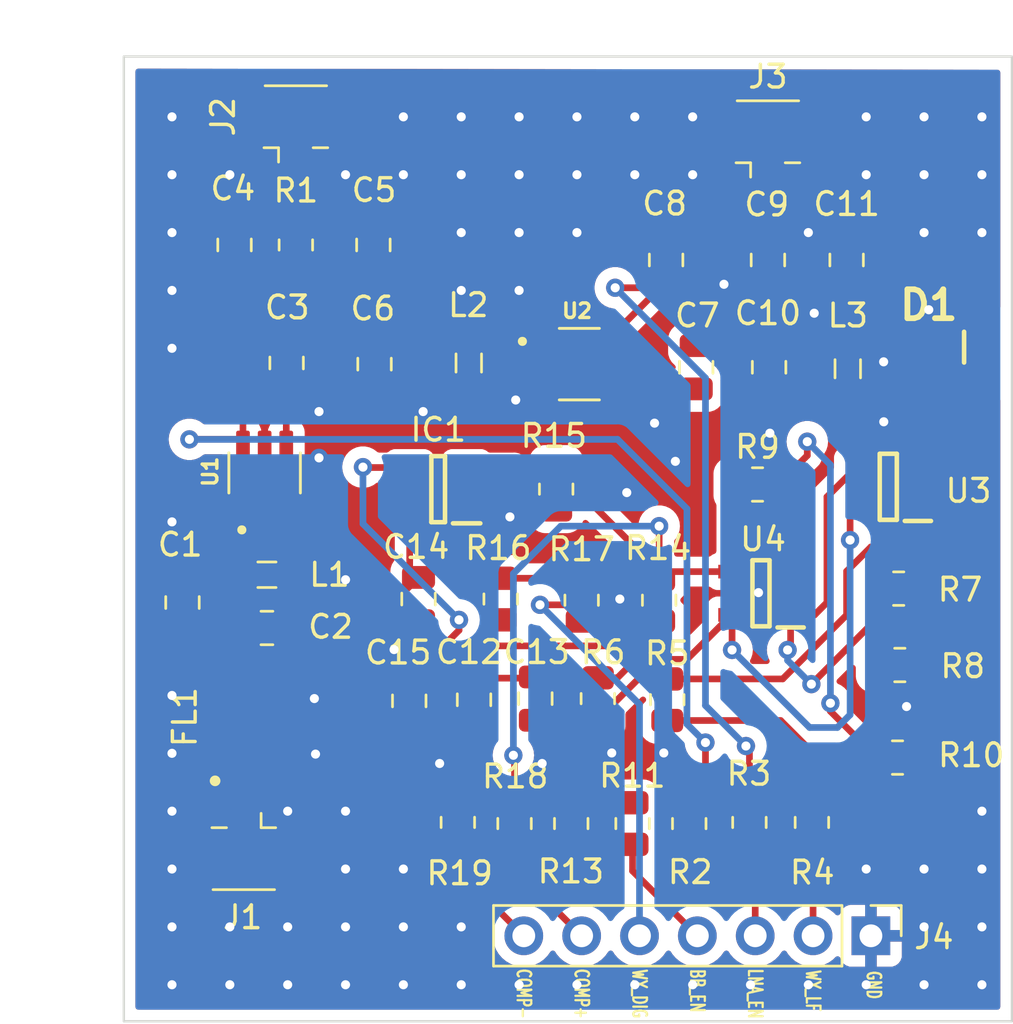
<source format=kicad_pcb>
(kicad_pcb (version 20211014) (generator pcbnew)
  (title_block (comment 4 "AISLER Project ID: MUBMIFYU"))
  (layers (0 "F.Cu" signal "Front") (1 "In1.Cu" signal) (2 "In2.Cu" signal) (31 "B.Cu" signal "Back") (34 "B.Paste" user) (35 "F.Paste" user) (36 "B.SilkS" user "B.Silkscreen") (37 "F.SilkS" user "F.Silkscreen") (38 "B.Mask" user) (39 "F.Mask" user) (44 "Edge.Cuts" user))
  (net 0 "")
  (net 1 "GND")
  (net 2 "Net-(C1-Pad2)")
  (net 3 "Net-(C2-Pad2)")
  (net 4 "Net-(C3-Pad1)")
  (net 5 "Net-(C3-Pad2)")
  (net 6 "Net-(C4-Pad1)")
  (net 7 "Net-(C6-Pad2)")
  (net 8 "Net-(C10-Pad1)")
  (net 9 "Net-(C7-Pad2)")
  (net 10 "Net-(C8-Pad1)")
  (net 11 "Net-(C9-Pad1)")
  (net 12 "WURX_LF")
  (net 13 "Net-(C12-Pad1)")
  (net 14 "Net-(C14-Pad1)")
  (net 15 "Net-(C15-Pad1)")
  (net 16 "Net-(FL1-Pad2)")
  (net 17 "Net-(IC1-Pad1)")
  (net 18 "Net-(IC1-Pad3)")
  (net 19 "Net-(J2-Pad1)")
  (net 20 "Net-(J4-Pad2)")
  (net 21 "WURX_LNA_EN")
  (net 22 "WURX_BB_EN")
  (net 23 "WURX_DIG")
  (net 24 "WURX_COMP+")
  (net 25 "WURX_COMP-")
  (net 26 "Net-(L1-Pad2)")
  (net 27 "Net-(L2-Pad2)")
  (net 28 "Net-(R5-Pad2)")
  (net 29 "Net-(R7-Pad1)")
  (net 30 "Net-(R7-Pad2)")
  (net 31 "Net-(R14-Pad1)")
  (net 32 "Net-(R10-Pad1)")
  (net 33 "Net-(D1-Pad3)")
  (footprint "Connector_PinHeader_2.54mm:PinHeader_1x07_P2.54mm_Vertical" (layer "F.Cu") (at 132.4356 121.5644 -90)
    (fp_text reference "J4")
    (fp_text value "Connector")
  )
  (footprint "Inductor_SMD:L_0805_2012Metric" (layer "F.Cu") (at 131.4196 96.6724 -90)
    (fp_text reference "L3")
    (fp_text value "27n")
  )
  (footprint "Inductor_SMD:L_0805_2012Metric" (layer "F.Cu") (at 114.7795 96.4184 90)
    (fp_text reference "L2")
    (fp_text value "15n")
  )
  (footprint "Capacitor_SMD:C_0805_2012Metric" (layer "F.Cu") (at 112.5728 106.7816 -90)
    (fp_text reference "C14")
    (fp_text value "1n")
  )
  (footprint "Resistor_SMD:R_0805_2012Metric" (layer "F.Cu") (at 116.1796 106.7816 90)
    (fp_text reference "R16")
    (fp_text value "1M")
  )
  (footprint "SMS7630-005LF:SOT95P237X112-3N" (layer "F.Cu") (at 135.0264 96.7232 -90)
    (fp_text reference "D1")
    (fp_text value "SMS7630-005LF" hide)
  )
  (footprint "Connector_Coaxial:U.FL_Hirose_U.FL-R-SMT-1_Vertical" (layer "F.Cu") (at 104.902 117.7036 -90)
    (fp_text reference "J1")
    (fp_text value "Conn_Coaxial")
  )
  (footprint "Resistor_SMD:R_0805_2012Metric" (layer "F.Cu") (at 133.7056 109.6772 180)
    (fp_text reference "R8")
    (fp_text value "7.5k")
  )
  (footprint "Resistor_SMD:R_0805_2012Metric" (layer "F.Cu") (at 127.4572 101.7524)
    (fp_text reference "R9")
    (fp_text value "100k")
  )
  (footprint "MAX2640AUT_:SOT95P280X145-6N" (layer "F.Cu") (at 119.634 96.4692)
    (fp_text reference "U2")
    (fp_text value "MAX2640AUT+")
  )
  (footprint "Resistor_SMD:R_0805_2012Metric" (layer "F.Cu") (at 133.604 113.7412)
    (fp_text reference "R10")
    (fp_text value "7.5k")
  )
  (footprint "Capacitor_SMD:C_0805_2012Metric" (layer "F.Cu") (at 117.7036 111.1523 90)
    (fp_text reference "C13")
    (fp_text value "1n")
  )
  (footprint "Connector_Coaxial:U.FL_Hirose_U.FL-R-SMT-1_Vertical" (layer "F.Cu") (at 107.188 86.0836 90)
    (fp_text reference "J2")
    (fp_text value "Conn_Coaxial")
  )
  (footprint "Resistor_SMD:R_0805_2012Metric" (layer "F.Cu") (at 129.8448 116.5879 90)
    (fp_text reference "R4")
    (fp_text value "0")
  )
  (footprint "Capacitor_SMD:C_0805_2012Metric" (layer "F.Cu") (at 105.918 108.0516)
    (fp_text reference "C2")
    (fp_text value "10p")
  )
  (footprint "Resistor_SMD:R_0805_2012Metric" (layer "F.Cu") (at 127.1016 116.5879 90)
    (fp_text reference "R3")
    (fp_text value "0")
  )
  (footprint "Resistor_SMD:R_0805_2012Metric" (layer "F.Cu") (at 119.2784 116.6368 -90)
    (fp_text reference "R13")
    (fp_text value "0")
  )
  (footprint "Capacitor_SMD:C_0805_2012Metric" (layer "F.Cu") (at 127.9652 96.6064 -90)
    (fp_text reference "C10")
    (fp_text value "5.6p")
  )
  (footprint "Resistor_SMD:R_0805_2012Metric" (layer "F.Cu") (at 133.6548 106.3244)
    (fp_text reference "R7")
    (fp_text value "100k")
  )
  (footprint "Resistor_SMD:R_0805_2012Metric" (layer "F.Cu") (at 123.4948 111.2012 90)
    (fp_text reference "R5")
    (fp_text value "0")
  )
  (footprint "Resistor_SMD:R_0805_2012Metric" (layer "F.Cu") (at 114.3 116.586 90)
    (fp_text reference "R19")
    (fp_text value "0")
  )
  (footprint "TLV3201AIDBVR:SOT95P280X145-5N" (layer "F.Cu") (at 113.4364 101.9575 180)
    (fp_text reference "IC1")
    (fp_text value "TLV3201AIDBVR" hide)
  )
  (footprint "Resistor_SMD:R_0805_2012Metric" (layer "F.Cu") (at 107.188 91.2368 -90)
    (fp_text reference "R1")
    (fp_text value "DNP")
  )
  (footprint "Inductor_SMD:L_0805_2012Metric" (layer "F.Cu") (at 105.918 105.7148 180)
    (fp_text reference "L1")
    (fp_text value "15n")
  )
  (footprint "Resistor_SMD:R_0805_2012Metric" (layer "F.Cu") (at 119.7356 106.8324 -90)
    (fp_text reference "R17")
    (fp_text value "0")
  )
  (footprint "Capacitor_SMD:C_0805_2012Metric" (layer "F.Cu") (at 102.2096 106.934 -90)
    (fp_text reference "C1")
    (fp_text value "2.7p")
  )
  (footprint "Resistor_SMD:R_0805_2012Metric" (layer "F.Cu") (at 118.618 101.9556 -90)
    (fp_text reference "R15")
    (fp_text value "6.8k")
  )
  (footprint "Capacitor_SMD:C_0805_2012Metric" (layer "F.Cu") (at 110.5916 91.2368 90)
    (fp_text reference "C5")
    (fp_text value "2.7p")
  )
  (footprint "Resistor_SMD:R_0805_2012Metric" (layer "F.Cu") (at 120.4468 111.1523 -90)
    (fp_text reference "R6")
    (fp_text value "10M")
  )
  (footprint "Connector_Coaxial:U.FL_Hirose_U.FL-R-SMT-1_Vertical" (layer "F.Cu") (at 127.9144 86.744 90)
    (fp_text reference "J3")
    (fp_text value "Conn_Coaxial")
  )
  (footprint "Capacitor_SMD:C_0805_2012Metric" (layer "F.Cu") (at 123.444 91.8972 90)
    (fp_text reference "C8")
    (fp_text value "470p")
  )
  (footprint "TSV6391AILT:SOT95P280X145-5N" (layer "F.Cu") (at 133.1976 101.854 180)
    (fp_text reference "U3")
    (fp_text value "TSV6391AILT" hide)
  )
  (footprint "Capacitor_SMD:C_0805_2012Metric" (layer "F.Cu") (at 110.6424 96.4692 -90)
    (fp_text reference "C6")
    (fp_text value "10p")
  )
  (footprint "MAX2640AUT_:SOT95P280X145-6N" (layer "F.Cu") (at 105.8164 101.2444 90)
    (fp_text reference "U1")
    (fp_text value "MAX2640AUT+")
  )
  (footprint "Capacitor_SMD:C_0805_2012Metric" (layer "F.Cu") (at 112.1664 111.252 -90)
    (fp_text reference "C15")
    (fp_text value "47p")
  )
  (footprint "TSV6391AILT:SOT95P280X145-5N" (layer "F.Cu") (at 127.6096 106.5276 180)
    (fp_text reference "U4")
    (fp_text value "TSV6391AILT" hide)
  )
  (footprint "Capacitor_SMD:C_0805_2012Metric" (layer "F.Cu") (at 124.7648 96.6064 -90)
    (fp_text reference "C7")
    (fp_text value "2.7p")
  )
  (footprint "Capacitor_SMD:C_0805_2012Metric" (layer "F.Cu") (at 104.4956 91.2368 90)
    (fp_text reference "C4")
    (fp_text value "470p")
  )
  (footprint "Capacitor_SMD:C_0805_2012Metric" (layer "F.Cu") (at 115.0112 111.2031 -90)
    (fp_text reference "C12")
    (fp_text value "1n")
  )
  (footprint "B39871B3725U410:SON120P300X300X110-6N" (layer "F.Cu") (at 104.902 112.222347 90)
    (fp_text reference "FL1")
    (fp_text value "B39871B3725U410")
  )
  (footprint "Capacitor_SMD:C_0805_2012Metric" (layer "F.Cu") (at 131.3688 91.8972 -90)
    (fp_text reference "C11")
    (fp_text value "10p")
  )
  (footprint "Resistor_SMD:R_0805_2012Metric" (layer "F.Cu") (at 116.7892 116.6368 -90)
    (fp_text reference "R18")
    (fp_text value "0")
  )
  (footprint "Resistor_SMD:R_0805_2012Metric" (layer "F.Cu") (at 121.9708 116.6368 90)
    (fp_text reference "R11")
    (fp_text value "0")
  )
  (footprint "Capacitor_SMD:C_0805_2012Metric" (layer "F.Cu") (at 127.9144 91.8972 -90)
    (fp_text reference "C9")
    (fp_text value "DNP")
  )
  (footprint "Resistor_SMD:R_0805_2012Metric" (layer "F.Cu") (at 123.1392 106.8324 -90)
    (fp_text reference "R14")
    (fp_text value "200k")
  )
  (footprint "Capacitor_SMD:C_0805_2012Metric" (layer "F.Cu") (at 106.7816 96.4184 90)
    (fp_text reference "C3")
    (fp_text value "2.7p")
  )
  (footprint "Resistor_SMD:R_0805_2012Metric" (layer "F.Cu") (at 124.46 116.6387 90)
    (fp_text reference "R2")
    (fp_text value "0")
  )
  (gr_rect (start 138.6252 125.318) (end 99.6348 82.9644) (layer "Edge.Cuts") (width 0.1) (fill none))
  (via (at 122.936 99.06) (size 0.8) (drill 0.4) (layers "F.Cu" "B.Cu") (net 1))
  (via (at 129.9464 94.234) (size 0.8) (drill 0.4) (layers "F.Cu" "B.Cu") (net 1))
  (via (at 108.204 98.552) (size 0.8) (drill 0.4) (layers "F.Cu" "B.Cu") (net 1))
  (via (at 137.309084 116.0936) (size 0.8) (drill 0.4) (layers "F.Cu" "B.Cu") (net 1))
  (via (at 137.309084 90.6936) (size 0.8) (drill 0.4) (layers "F.Cu" "B.Cu") (net 1))
  (via (at 101.749084 123.7136) (size 0.8) (drill 0.4) (layers "F.Cu" "B.Cu") (net 1))
  (via (at 116.989084 123.7136) (size 0.8) (drill 0.4) (layers "F.Cu" "B.Cu") (net 1))
  (via (at 122.069084 85.6136) (size 0.8) (drill 0.4) (layers "F.Cu" "B.Cu") (net 1))
  (via (at 137.309084 121.1736) (size 0.8) (drill 0.4) (layers "F.Cu" "B.Cu") (net 1))
  (via (at 129.689084 90.6936) (size 0.8) (drill 0.4) (layers "F.Cu" "B.Cu") (net 1))
  (via (at 106.829084 121.1736) (size 0.8) (drill 0.4) (layers "F.Cu" "B.Cu") (net 1))
  (via (at 114.449084 121.1736) (size 0.8) (drill 0.4) (layers "F.Cu" "B.Cu") (net 1))
  (via (at 124.609084 123.7136) (size 0.8) (drill 0.4) (layers "F.Cu" "B.Cu") (net 1))
  (via (at 124.609084 88.1536) (size 0.8) (drill 0.4) (layers "F.Cu" "B.Cu") (net 1))
  (via (at 121.0564 113.538) (size 0.8) (drill 0.4) (layers "F.Cu" "B.Cu") (net 1))
  (via (at 101.749084 93.2336) (size 0.8) (drill 0.4) (layers "F.Cu" "B.Cu") (net 1))
  (via (at 113.5 114) (size 0.8) (drill 0.4) (layers "F.Cu" "B.Cu") (net 1))
  (via (at 114.449084 85.6136) (size 0.8) (drill 0.4) (layers "F.Cu" "B.Cu") (net 1))
  (via (at 122.069084 88.1536) (size 0.8) (drill 0.4) (layers "F.Cu" "B.Cu") (net 1))
  (via (at 119.529084 88.1536) (size 0.8) (drill 0.4) (layers "F.Cu" "B.Cu") (net 1))
  (via (at 132.229084 88.1536) (size 0.8) (drill 0.4) (layers "F.Cu" "B.Cu") (net 1))
  (via (at 108.204 100.584) (size 0.8) (drill 0.4) (layers "F.Cu" "B.Cu") (net 1))
  (via (at 101.749084 95.7736) (size 0.8) (drill 0.4) (layers "F.Cu" "B.Cu") (net 1))
  (via (at 109.369084 118.6336) (size 0.8) (drill 0.4) (layers "F.Cu" "B.Cu") (net 1))
  (via (at 112.776 98.552) (size 0.8) (drill 0.4) (layers "F.Cu" "B.Cu") (net 1))
  (via (at 121.412 106.7816) (size 0.8) (drill 0.4) (layers "F.Cu" "B.Cu") (net 1))
  (via (at 104.289084 121.1736) (size 0.8) (drill 0.4) (layers "F.Cu" "B.Cu") (net 1))
  (via (at 109.369084 123.7136) (size 0.8) (drill 0.4) (layers "F.Cu" "B.Cu") (net 1))
  (via (at 101.749084 85.6136) (size 0.8) (drill 0.4) (layers "F.Cu" "B.Cu") (net 1))
  (via (at 109.369084 105.9336) (size 0.8) (drill 0.4) (layers "F.Cu" "B.Cu") (net 1))
  (via (at 134.769084 88.1536) (size 0.8) (drill 0.4) (layers "F.Cu" "B.Cu") (net 1))
  (via (at 134.769084 118.6336) (size 0.8) (drill 0.4) (layers "F.Cu" "B.Cu") (net 1))
  (via (at 101.749084 88.1536) (size 0.8) (drill 0.4) (layers "F.Cu" "B.Cu") (net 1))
  (via (at 119.529084 90.6936) (size 0.8) (drill 0.4) (layers "F.Cu" "B.Cu") (net 1))
  (via (at 122.069084 123.7136) (size 0.8) (drill 0.4) (layers "F.Cu" "B.Cu") (net 1))
  (via (at 137.309084 88.1536) (size 0.8) (drill 0.4) (layers "F.Cu" "B.Cu") (net 1))
  (via (at 101.749084 118.6336) (size 0.8) (drill 0.4) (layers "F.Cu" "B.Cu") (net 1))
  (via (at 114.449084 90.6936) (size 0.8) (drill 0.4) (layers "F.Cu" "B.Cu") (net 1))
  (via (at 119.529084 123.7136) (size 0.8) (drill 0.4) (layers "F.Cu" "B.Cu") (net 1))
  (via (at 137.309084 118.6336) (size 0.8) (drill 0.4) (layers "F.Cu" "B.Cu") (net 1))
  (via (at 101.749084 90.6936) (size 0.8) (drill 0.4) (layers "F.Cu" "B.Cu") (net 1))
  (via (at 101.749084 111.0136) (size 0.8) (drill 0.4) (layers "F.Cu" "B.Cu") (net 1))
  (via (at 116.84 98.044) (size 0.8) (drill 0.4) (layers "F.Cu" "B.Cu") (net 1))
  (via (at 104.289084 88.1536) (size 0.8) (drill 0.4) (layers "F.Cu" "B.Cu") (net 1))
  (via (at 116.989084 88.1536) (size 0.8) (drill 0.4) (layers "F.Cu" "B.Cu") (net 1))
  (via (at 111.909084 88.1536) (size 0.8) (drill 0.4) (layers "F.Cu" "B.Cu") (net 1))
  (via (at 114.449084 88.1536) (size 0.8) (drill 0.4) (layers "F.Cu" "B.Cu") (net 1))
  (via (at 106.829084 123.7136) (size 0.8) (drill 0.4) (layers "F.Cu" "B.Cu") (net 1))
  (via (at 116.989084 85.6136) (size 0.8) (drill 0.4) (layers "F.Cu" "B.Cu") (net 1))
  (via (at 134.9756 94.0816) (size 0.8) (drill 0.4) (layers "F.Cu" "B.Cu") (net 1))
  (via (at 132.9944 96.3676) (size 0.8) (drill 0.4) (layers "F.Cu" "B.Cu") (net 1))
  (via (at 129.689084 123.7136) (size 0.8) (drill 0.4) (layers "F.Cu" "B.Cu") (net 1))
  (via (at 116.586 103.1748) (size 0.8) (drill 0.4) (layers "F.Cu" "B.Cu") (net 1))
  (via (at 104.289084 123.7136) (size 0.8) (drill 0.4) (layers "F.Cu" "B.Cu") (net 1))
  (via (at 108.0008 111.1504) (size 0.8) (drill 0.4) (layers "F.Cu" "B.Cu") (net 1))
  (via (at 134.769084 123.7136) (size 0.8) (drill 0.4) (layers "F.Cu" "B.Cu") (net 1))
  (via (at 123.3424 113.538) (size 0.8) (drill 0.4) (layers "F.Cu" "B.Cu") (net 1))
  (via (at 101.749084 121.1736) (size 0.8) (drill 0.4) (layers "F.Cu" "B.Cu") (net 1))
  (via (at 132.229084 85.6136) (size 0.8) (drill 0.4) (layers "F.Cu" "B.Cu") (net 1))
  (via (at 134 111.5) (size 0.8) (drill 0.4) (layers "F.Cu" "B.Cu") (net 1))
  (via (at 124.609084 85.6136) (size 0.8) (drill 0.4) (layers "F.Cu" "B.Cu") (net 1))
  (via (at 118 114) (size 0.8) (drill 0.4) (layers "F.Cu" "B.Cu") (net 1))
  (via (at 109.369084 116.0936) (size 0.8) (drill 0.4) (layers "F.Cu" "B.Cu") (net 1))
  (via (at 109.369084 88.1536) (size 0.8) (drill 0.4) (layers "F.Cu" "B.Cu") (net 1))
  (via (at 111.909084 123.7136) (size 0.8) (drill 0.4) (layers "F.Cu" "B.Cu") (net 1))
  (via (at 132.229084 118.6336) (size 0.8) (drill 0.4) (layers "F.Cu" "B.Cu") (net 1))
  (via (at 134.769084 121.1736) (size 0.8) (drill 0.4) (layers "F.Cu" "B.Cu") (net 1))
  (via (at 109.369084 121.1736) (size 0.8) (drill 0.4) (layers "F.Cu" "B.Cu") (net 1))
  (via (at 101.749084 116.0936) (size 0.8) (drill 0.4) (layers "F.Cu" "B.Cu") (net 1))
  (via (at 119.529084 85.6136) (size 0.8) (drill 0.4) (layers "F.Cu" "B.Cu") (net 1))
  (via (at 134.769084 90.6936) (size 0.8) (drill 0.4) (layers "F.Cu" "B.Cu") (net 1))
  (via (at 132.229084 123.7136) (size 0.8) (drill 0.4) (layers "F.Cu" "B.Cu") (net 1))
  (via (at 125.984 92.964) (size 0.8) (drill 0.4) (layers "F.Cu" "B.Cu") (net 1))
  (via (at 114.449084 93.2336) (size 0.8) (drill 0.4) (layers "F.Cu" "B.Cu") (net 1))
  (via (at 123.8504 100.7364) (size 0.8) (drill 0.4) (layers "F.Cu" "B.Cu") (net 1))
  (via (at 137.309084 123.7136) (size 0.8) (drill 0.4) (layers "F.Cu" "B.Cu") (net 1))
  (via (at 111.909084 85.6136) (size 0.8) (drill 0.4) (layers "F.Cu" "B.Cu") (net 1))
  (via (at 134.769084 85.6136) (size 0.8) (drill 0.4) (layers "F.Cu" "B.Cu") (net 1))
  (via (at 101.749084 113.5536) (size 0.8) (drill 0.4) (layers "F.Cu" "B.Cu") (net 1))
  (via (at 116.989084 90.6936) (size 0.8) (drill 0.4) (layers "F.Cu" "B.Cu") (net 1))
  (via (at 128 99.5) (size 0.8) (drill 0.4) (layers "F.Cu" "B.Cu") (net 1))
  (via (at 114.449084 123.7136) (size 0.8) (drill 0.4) (layers "F.Cu" "B.Cu") (net 1))
  (via (at 137.309084 85.6136) (size 0.8) (drill 0.4) (layers "F.Cu" "B.Cu") (net 1))
  (via (at 101.749084 103.3936) (size 0.8) (drill 0.4) (layers "F.Cu" "B.Cu") (net 1))
  (via (at 116.989084 93.2336) (size 0.8) (drill 0.4) (layers "F.Cu" "B.Cu") (net 1))
  (via (at 121.7168 102.108) (size 0.8) (drill 0.4) (layers "F.Cu" "B.Cu") (net 1))
  (via (at 111.909084 121.1736) (size 0.8) (drill 0.4) (layers "F.Cu" "B.Cu") (net 1))
  (via (at 133 99) (size 0.8) (drill 0.4) (layers "F.Cu" "B.Cu") (net 1))
  (via (at 111.5 109) (size 0.8) (drill 0.4) (layers "F.Cu" "B.Cu") (net 1))
  (via (at 111.909084 118.6336) (size 0.8) (drill 0.4) (layers "F.Cu" "B.Cu") (net 1))
  (via (at 127.5 106.5) (size 0.8) (drill 0.4) (layers "F.Cu" "B.Cu") (net 1))
  (via (at 106.829084 116.0936) (size 0.8) (drill 0.4) (layers "F.Cu" "B.Cu") (net 1))
  (via (at 108.0516 113.5888) (size 0.8) (drill 0.4) (layers "F.Cu" "B.Cu") (net 1))
  (via (at 127.149084 123.7136) (size 0.8) (drill 0.4) (layers "F.Cu" "B.Cu") (net 1))
  (segment (start 104.902 108.1176) (end 104.968 108.0516) (width 0.25) (layer "F.Cu") (net 2))
  (segment (start 104.968 108.0516) (end 102.3772 108.0516) (width 0.25) (layer "F.Cu") (net 2))
  (segment (start 102.3772 108.0516) (end 102.2096 107.884) (width 0.25) (layer "F.Cu") (net 2))
  (segment (start 104.902 110.922347) (end 104.902 108.1176) (width 0.25) (layer "F.Cu") (net 2))
  (segment (start 106.9805 107.9391) (end 106.868 108.0516) (width 0.25) (layer "F.Cu") (net 3))
  (segment (start 106.9805 105.7148) (end 106.9805 107.9391) (width 0.25) (layer "F.Cu") (net 3))
  (segment (start 106.7664 99.9994) (end 106.7664 97.3836) (width 0.29337) (layer "F.Cu") (net 4))
  (segment (start 106.7664 97.3836) (end 106.7816 97.3684) (width 0.29337) (layer "F.Cu") (net 4))
  (segment (start 106.7816 95.4684) (end 106.7816 92.3017) (width 0.29337) (layer "F.Cu") (net 5))
  (segment (start 106.934 92.1493) (end 110.5541 92.1493) (width 0.29337) (layer "F.Cu") (net 5))
  (segment (start 106.7816 92.3017) (end 106.934 92.1493) (width 0.29337) (layer "F.Cu") (net 5))
  (segment (start 110.5541 92.1493) (end 110.5916 92.1868) (width 0.29337) (layer "F.Cu") (net 5))
  (segment (start 106.7816 95.4684) (end 110.5916 95.4684) (width 0.29337) (layer "F.Cu") (net 5))
  (segment (start 110.5916 95.4684) (end 110.6424 95.5192) (width 0.29337) (layer "F.Cu") (net 5))
  (segment (start 125.1712 113.0808) (end 125.1712 115.015) (width 0.29337) (layer "F.Cu") (net 6))
  (segment (start 102.5144 99.7712) (end 104.6382 99.7712) (width 0.29337) (layer "F.Cu") (net 6))
  (segment (start 104.8664 92.5576) (end 104.4956 92.1868) (width 0.29337) (layer "F.Cu") (net 6))
  (segment (start 125.1712 115.015) (end 124.46 115.7262) (width 0.29337) (layer "F.Cu") (net 6))
  (segment (start 104.8664 99.9994) (end 104.8664 92.5576) (width 0.29337) (layer "F.Cu") (net 6))
  (segment (start 104.6382 99.7712) (end 104.8664 99.9994) (width 0.29337) (layer "F.Cu") (net 6))
  (via (at 125.1712 113.0808) (size 0.8) (drill 0.4) (layers "F.Cu" "B.Cu") (net 6))
  (via (at 102.5144 99.7712) (size 0.8) (drill 0.4) (layers "F.Cu" "B.Cu") (net 6))
  (segment (start 124.3584 112.268) (end 124.3584 102.8192) (width 0.29337) (layer "B.Cu") (net 6))
  (segment (start 125.1712 113.0808) (end 124.3584 112.268) (width 0.29337) (layer "B.Cu") (net 6))
  (segment (start 121.3104 99.7712) (end 102.5144 99.7712) (width 0.29337) (layer "B.Cu") (net 6))
  (segment (start 124.3584 102.8192) (end 121.3104 99.7712) (width 0.29337) (layer "B.Cu") (net 6))
  (segment (start 110.6424 97.4192) (end 114.7178 97.4192) (width 0.29337) (layer "F.Cu") (net 7))
  (segment (start 114.7178 97.4192) (end 114.7795 97.4809) (width 0.29337) (layer "F.Cu") (net 7))
  (segment (start 127.9652 95.6564) (end 127.9652 92.898) (width 0.29337) (layer "F.Cu") (net 8))
  (segment (start 124.7648 95.6564) (end 127.9652 95.6564) (width 0.29337) (layer "F.Cu") (net 8))
  (segment (start 127.9652 95.6564) (end 131.3731 95.6564) (width 0.29337) (layer "F.Cu") (net 8))
  (segment (start 131.3731 95.6564) (end 131.4196 95.6099) (width 0.29337) (layer "F.Cu") (net 8))
  (segment (start 127.9652 92.898) (end 127.9144 92.8472) (width 0.29337) (layer "F.Cu") (net 8))
  (segment (start 120.879 97.4192) (end 124.6276 97.4192) (width 0.29337) (layer "F.Cu") (net 9))
  (segment (start 124.6276 97.4192) (end 124.7648 97.5564) (width 0.29337) (layer "F.Cu") (net 9))
  (segment (start 121.2088 93.1164) (end 123.1748 93.1164) (width 0.29337) (layer "F.Cu") (net 10))
  (segment (start 120.879 95.5192) (end 120.879 95.4122) (width 0.29337) (layer "F.Cu") (net 10))
  (segment (start 127.1016 115.6754) (end 127.1016 113.3856) (width 0.29337) (layer "F.Cu") (net 10))
  (segment (start 123.1748 93.1164) (end 123.444 92.8472) (width 0.29337) (layer "F.Cu") (net 10))
  (segment (start 120.879 95.4122) (end 123.444 92.8472) (width 0.29337) (layer "F.Cu") (net 10))
  (segment (start 127.1016 113.3856) (end 126.9492 113.2332) (width 0.29337) (layer "F.Cu") (net 10))
  (via (at 121.2088 93.1164) (size 0.8) (drill 0.4) (layers "F.Cu" "B.Cu") (net 10))
  (via (at 126.9492 113.2332) (size 0.8) (drill 0.4) (layers "F.Cu" "B.Cu") (net 10))
  (segment (start 125.1712 97.0788) (end 121.2088 93.1164) (width 0.29337) (layer "B.Cu") (net 10))
  (segment (start 126.9492 113.2332) (end 125.1712 111.4552) (width 0.29337) (layer "B.Cu") (net 10))
  (segment (start 125.1712 111.4552) (end 125.1712 97.0788) (width 0.29337) (layer "B.Cu") (net 10))
  (segment (start 127.9144 87.794) (end 127.9144 90.9472) (width 0.25) (layer "F.Cu") (net 11))
  (segment (start 129.8448 115.6754) (end 129.8448 113.4872) (width 0.29337) (layer "F.Cu") (net 12))
  (segment (start 136.652 113.792) (end 136.652 98.298) (width 0.29337) (layer "F.Cu") (net 12))
  (segment (start 128.4713 112.1137) (end 123.4948 112.1137) (width 0.29337) (layer "F.Cu") (net 12))
  (segment (start 135.7732 92.8472) (end 131.3688 92.8472) (width 0.29337) (layer "F.Cu") (net 12))
  (segment (start 129.8448 113.4872) (end 128.4713 112.1137) (width 0.29337) (layer "F.Cu") (net 12))
  (segment (start 134.0764 95.7232) (end 134.0764 95.5548) (width 0.25) (layer "F.Cu") (net 12))
  (segment (start 136.652 98.298) (end 137.414 97.536) (width 0.29337) (layer "F.Cu") (net 12))
  (segment (start 137.414 94.488) (end 135.7732 92.8472) (width 0.29337) (layer "F.Cu") (net 12))
  (segment (start 137.414 97.536) (end 137.414 94.488) (width 0.29337) (layer "F.Cu") (net 12))
  (segment (start 134.0764 95.5548) (end 131.3688 92.8472) (width 0.25) (layer "F.Cu") (net 12))
  (segment (start 134.7686 115.6754) (end 136.652 113.792) (width 0.29337) (layer "F.Cu") (net 12))
  (segment (start 129.8448 115.6754) (end 134.7686 115.6754) (width 0.29337) (layer "F.Cu") (net 12))
  (segment (start 126.3396 109.0168) (end 126.3396 107.5076) (width 0.29337) (layer "F.Cu") (net 13))
  (segment (start 118.2795 110.2023) (end 117.7036 110.2023) (width 0.29337) (layer "F.Cu") (net 13))
  (segment (start 119.0752 110.998) (end 118.2795 110.2023) (width 0.29337) (layer "F.Cu") (net 13))
  (segment (start 115.0112 110.2531) (end 117.6528 110.2531) (width 0.29337) (layer "F.Cu") (net 13))
  (segment (start 121.5155 115.7243) (end 119.0752 113.284) (width 0.29337) (layer "F.Cu") (net 13))
  (segment (start 121.9708 115.7243) (end 121.5155 115.7243) (width 0.29337) (layer "F.Cu") (net 13))
  (segment (start 122.116885 109.429515) (end 124.357685 109.429515) (width 0.29337) (layer "F.Cu") (net 13))
  (segment (start 121.3066 110.2398) (end 122.116885 109.429515) (width 0.29337) (layer "F.Cu") (net 13))
  (segment (start 119.0752 113.284) (end 119.0752 110.998) (width 0.29337) (layer "F.Cu") (net 13))
  (segment (start 118.3811 110.2023) (end 117.7036 110.2023) (width 0.29337) (layer "F.Cu") (net 13))
  (segment (start 120.4468 110.2398) (end 121.3066 110.2398) (width 0.29337) (layer "F.Cu") (net 13))
  (segment (start 124.357685 109.429515) (end 126.3096 107.4776) (width 0.29337) (layer "F.Cu") (net 13))
  (segment (start 131.5212 103.1804) (end 131.8976 102.804) (width 0.29337) (layer "F.Cu") (net 13))
  (segment (start 117.7036 110.2023) (end 117.7411 110.2398) (width 0.29337) (layer "F.Cu") (net 13))
  (segment (start 117.6528 110.2531) (end 117.7036 110.2023) (width 0.29337) (layer "F.Cu") (net 13))
  (segment (start 131.5212 104.1908) (end 131.5212 103.1804) (width 0.29337) (layer "F.Cu") (net 13))
  (segment (start 117.7411 110.2398) (end 120.4468 110.2398) (width 0.29337) (layer "F.Cu") (net 13))
  (segment (start 126.3396 107.5076) (end 126.3096 107.4776) (width 0.29337) (layer "F.Cu") (net 13))
  (via (at 131.5212 104.1908) (size 0.8) (drill 0.4) (layers "F.Cu" "B.Cu") (net 13))
  (via (at 126.3396 109.0168) (size 0.8) (drill 0.4) (layers "F.Cu" "B.Cu") (net 13))
  (segment (start 130.9624 112.4204) (end 129.7432 112.4204) (width 0.29337) (layer "B.Cu") (net 13))
  (segment (start 131.5212 104.1908) (end 131.5212 111.8616) (width 0.29337) (layer "B.Cu") (net 13))
  (segment (start 129.7432 112.4204) (end 126.3396 109.0168) (width 0.29337) (layer "B.Cu") (net 13))
  (segment (start 131.5212 111.8616) (end 130.9624 112.4204) (width 0.29337) (layer "B.Cu") (net 13))
  (segment (start 119.2784 115.7243) (end 118.3659 116.6368) (width 0.29337) (layer "F.Cu") (net 14))
  (segment (start 112.1864 105.4452) (end 112.1864 102.9075) (width 0.29337) (layer "F.Cu") (net 14))
  (segment (start 112.268 116.6368) (end 109.982 114.3508) (width 0.29337) (layer "F.Cu") (net 14))
  (segment (start 109.982 114.3508) (end 109.982 108.4224) (width 0.29337) (layer "F.Cu") (net 14))
  (segment (start 109.982 108.4224) (end 112.5728 105.8316) (width 0.29337) (layer "F.Cu") (net 14))
  (segment (start 112.5728 105.8316) (end 112.1864 105.4452) (width 0.29337) (layer "F.Cu") (net 14))
  (segment (start 118.3659 116.6368) (end 112.268 116.6368) (width 0.29337) (layer "F.Cu") (net 14))
  (segment (start 122.04605 108.83805) (end 113.63035 108.83805) (width 0.29337) (layer "F.Cu") (net 15))
  (segment (start 112.7779 115.6735) (end 110.6932 113.5888) (width 0.29337) (layer "F.Cu") (net 15))
  (segment (start 113.63035 108.83805) (end 112.1664 110.302) (width 0.29337) (layer "F.Cu") (net 15))
  (segment (start 114.3508 108.1532) (end 114.3508 107.696) (width 0.29337) (layer "F.Cu") (net 15))
  (segment (start 110.236 100.9904) (end 110.2868 101.0412) (width 0.29337) (layer "F.Cu") (net 15))
  (segment (start 123.1392 107.7449) (end 122.04605 108.83805) (width 0.29337) (layer "F.Cu") (net 15))
  (segment (start 110.3205 101.0075) (end 112.1864 101.0075) (width 0.29337) (layer "F.Cu") (net 15))
  (segment (start 110.6932 111.7752) (end 112.1664 110.302) (width 0.29337) (layer "F.Cu") (net 15))
  (segment (start 110.6932 113.5888) (end 110.6932 111.7752) (width 0.29337) (layer "F.Cu") (net 15))
  (segment (start 110.2868 101.0412) (end 110.3205 101.0075) (width 0.29337) (layer "F.Cu") (net 15))
  (segment (start 110.1344 100.9904) (end 110.236 100.9904) (width 0.29337) (layer "F.Cu") (net 15))
  (segment (start 113.66595 108.83805) (end 114.3508 108.1532) (width 0.29337) (layer "F.Cu") (net 15))
  (segment (start 114.3 115.6735) (end 112.7779 115.6735) (width 0.29337) (layer "F.Cu") (net 15))
  (segment (start 113.63035 108.83805) (end 113.66595 108.83805) (width 0.29337) (layer "F.Cu") (net 15))
  (via (at 110.1344 100.9904) (size 0.8) (drill 0.4) (layers "F.Cu" "B.Cu") (net 15))
  (via (at 114.3508 107.696) (size 0.8) (drill 0.4) (layers "F.Cu" "B.Cu") (net 15))
  (segment (start 114.3508 107.696) (end 110.1344 103.4796) (width 0.29337) (layer "B.Cu") (net 15))
  (segment (start 110.1344 103.4796) (end 110.1344 100.9904) (width 0.29337) (layer "B.Cu") (net 15))
  (segment (start 104.902 116.6536) (end 104.902 113.522347) (width 0.25) (layer "F.Cu") (net 16))
  (segment (start 114.6864 102.9075) (end 114.6864 104.3759) (width 0.29337) (layer "F.Cu") (net 17))
  (segment (start 114.6864 104.3759) (end 116.1796 105.8691) (width 0.29337) (layer "F.Cu") (net 17))
  (segment (start 119.6848 105.8691) (end 119.7356 105.9199) (width 0.29337) (layer "F.Cu") (net 17))
  (segment (start 116.1796 105.8691) (end 119.6848 105.8691) (width 0.29337) (layer "F.Cu") (net 17))
  (segment (start 114.0914 101.0075) (end 114.6864 101.0075) (width 0.29337) (layer "F.Cu") (net 18))
  (segment (start 116.7574 101.0075) (end 118.618 102.8681) (width 0.29337) (layer "F.Cu") (net 18))
  (segment (start 113.3856 101.7133) (end 114.0914 101.0075) (width 0.29337) (layer "F.Cu") (net 18))
  (segment (start 113.3856 104.9001) (end 113.3856 101.7133) (width 0.29337) (layer "F.Cu") (net 18))
  (segment (start 114.6864 101.0075) (end 116.7574 101.0075) (width 0.29337) (layer "F.Cu") (net 18))
  (segment (start 116.1796 107.6941) (end 113.3856 104.9001) (width 0.29337) (layer "F.Cu") (net 18))
  (segment (start 107.188 87.1336) (end 107.188 90.3243) (width 0.25) (layer "F.Cu") (net 19))
  (segment (start 129.8956 121.5644) (end 129.8956 117.5512) (width 0.29337) (layer "F.Cu") (net 20))
  (segment (start 129.8956 117.5512) (end 129.8448 117.5004) (width 0.29337) (layer "F.Cu") (net 20))
  (segment (start 124.46 117.5512) (end 127.0508 117.5512) (width 0.29337) (layer "F.Cu") (net 21))
  (segment (start 127.0508 117.5512) (end 127.1016 117.5004) (width 0.29337) (layer "F.Cu") (net 21))
  (segment (start 127.3556 117.7544) (end 127.3556 121.5644) (width 0.29337) (layer "F.Cu") (net 21))
  (segment (start 127.1016 117.5004) (end 127.3556 117.7544) (width 0.29337) (layer "F.Cu") (net 21))
  (segment (start 121.9708 118.7196) (end 124.8156 121.5644) (width 0.29337) (layer "F.Cu") (net 22))
  (segment (start 119.1768 117.5493) (end 121.9708 117.5493) (width 0.29337) (layer "F.Cu") (net 22))
  (segment (start 121.9708 117.5493) (end 121.9708 118.7196) (width 0.29337) (layer "F.Cu") (net 22))
  (segment (start 117.9068 107.0356) (end 119.0263 107.0356) (width 0.29337) (layer "F.Cu") (net 23))
  (segment (start 119.0263 107.0356) (end 119.7356 107.7449) (width 0.29337) (layer "F.Cu") (net 23))
  (via (at 117.9068 107.0356) (size 0.8) (drill 0.4) (layers "F.Cu" "B.Cu") (net 23))
  (segment (start 122.2756 111.4044) (end 117.9068 107.0356) (width 0.29337) (layer "B.Cu") (net 23))
  (segment (start 122.2756 121.5644) (end 122.2756 111.4044) (width 0.29337) (layer "B.Cu") (net 23))
  (segment (start 116.7892 118.618) (end 119.7356 121.5644) (width 0.29337) (layer "F.Cu") (net 24))
  (segment (start 116.7892 117.5493) (end 116.7892 118.618) (width 0.29337) (layer "F.Cu") (net 24))
  (segment (start 114.3 118.6688) (end 117.1956 121.5644) (width 0.29337) (layer "F.Cu") (net 25))
  (segment (start 114.3 117.4985) (end 114.3 118.6688) (width 0.29337) (layer "F.Cu") (net 25))
  (segment (start 104.8555 105.7148) (end 104.8555 102.5003) (width 0.25) (layer "F.Cu") (net 26))
  (segment (start 104.8555 102.5003) (end 104.8664 102.4894) (width 0.25) (layer "F.Cu") (net 26))
  (segment (start 114.7795 95.3559) (end 118.2257 95.3559) (width 0.29337) (layer "F.Cu") (net 27))
  (segment (start 118.2257 95.3559) (end 118.389 95.5192) (width 0.29337) (layer "F.Cu") (net 27))
  (segment (start 131.3688 105.5624) (end 131.3688 107.481973) (width 0.29337) (layer "F.Cu") (net 28))
  (segment (start 132.4356 104.4956) (end 131.3688 105.5624) (width 0.29337) (layer "F.Cu") (net 28))
  (segment (start 122.2229 110.2887) (end 120.4468 112.0648) (width 0.29337) (layer "F.Cu") (net 28))
  (segment (start 128.562073 110.2887) (end 123.4948 110.2887) (width 0.29337) (layer "F.Cu") (net 28))
  (segment (start 133.4516 104.4956) (end 132.4356 104.4956) (width 0.29337) (layer "F.Cu") (net 28))
  (segment (start 134.4976 102.804) (end 134.4976 103.4496) (width 0.29337) (layer "F.Cu") (net 28))
  (segment (start 134.4976 103.4496) (end 133.4516 104.4956) (width 0.29337) (layer "F.Cu") (net 28))
  (segment (start 131.3688 107.481973) (end 128.562073 110.2887) (width 0.29337) (layer "F.Cu") (net 28))
  (segment (start 123.4948 110.2887) (end 122.2229 110.2887) (width 0.29337) (layer "F.Cu") (net 28))
  (segment (start 130.5052 106.934) (end 129.9616 107.4776) (width 0.29337) (layer "F.Cu") (net 29))
  (segment (start 130.5052 102.2964) (end 130.5052 106.934) (width 0.29337) (layer "F.Cu") (net 29))
  (segment (start 129.821932 110.517932) (end 132.7423 107.597564) (width 0.29337) (layer "F.Cu") (net 29))
  (segment (start 129.9616 107.4776) (end 128.9096 107.4776) (width 0.29337) (layer "F.Cu") (net 29))
  (segment (start 131.8976 100.904) (end 130.5052 102.2964) (width 0.29337) (layer "F.Cu") (net 29))
  (segment (start 132.7423 107.597564) (end 132.7423 106.3244) (width 0.29337) (layer "F.Cu") (net 29))
  (segment (start 128.9096 108.8852) (end 128.778 109.0168) (width 0.29337) (layer "F.Cu") (net 29))
  (segment (start 128.9096 107.4776) (end 128.9096 108.8852) (width 0.29337) (layer "F.Cu") (net 29))
  (via (at 129.821932 110.517932) (size 0.8) (drill 0.4) (layers "F.Cu" "B.Cu") (net 29))
  (via (at 128.778 109.0168) (size 0.8) (drill 0.4) (layers "F.Cu" "B.Cu") (net 29))
  (segment (start 128.778 109.0168) (end 128.778 109.474) (width 0.29337) (layer "B.Cu") (net 29))
  (segment (start 128.778 109.474) (end 129.821932 110.517932) (width 0.29337) (layer "B.Cu") (net 29))
  (segment (start 134.6181 106.3752) (end 134.5673 106.3244) (width 0.29337) (layer "F.Cu") (net 30))
  (segment (start 134.6181 109.6772) (end 134.6181 106.3752) (width 0.29337) (layer "F.Cu") (net 30))
  (segment (start 135.89 101.7264) (end 135.89 105.0017) (width 0.29337) (layer "F.Cu") (net 30))
  (segment (start 135.89 105.0017) (end 134.5673 106.3244) (width 0.29337) (layer "F.Cu") (net 30))
  (segment (start 135.0676 100.904) (end 135.89 101.7264) (width 0.29337) (layer "F.Cu") (net 30))
  (segment (start 134.4976 100.904) (end 135.0676 100.904) (width 0.29337) (layer "F.Cu") (net 30))
  (segment (start 126.3096 101.9875) (end 126.5447 101.7524) (width 0.29337) (layer "F.Cu") (net 31))
  (segment (start 126.3096 105.5776) (end 123.4815 105.5776) (width 0.29337) (layer "F.Cu") (net 31))
  (segment (start 123.1392 105.9199) (end 123.1392 105.5643) (width 0.29337) (layer "F.Cu") (net 31))
  (segment (start 126.3096 105.5776) (end 126.3096 101.9875) (width 0.29337) (layer "F.Cu") (net 31))
  (segment (start 116.7892 115.7243) (end 116.7892 113.6904) (width 0.29337) (layer "F.Cu") (net 31))
  (segment (start 116.7892 113.6904) (end 116.7384 113.6396) (width 0.29337) (layer "F.Cu") (net 31))
  (segment (start 123.1392 105.5643) (end 118.618 101.0431) (width 0.29337) (layer "F.Cu") (net 31))
  (segment (start 123.1392 103.5812) (end 123.1392 105.9199) (width 0.29337) (layer "F.Cu") (net 31))
  (segment (start 123.4815 105.5776) (end 123.1392 105.9199) (width 0.29337) (layer "F.Cu") (net 31))
  (via (at 116.7384 113.6396) (size 0.8) (drill 0.4) (layers "F.Cu" "B.Cu") (net 31))
  (via (at 123.1392 103.5812) (size 0.8) (drill 0.4) (layers "F.Cu" "B.Cu") (net 31))
  (segment (start 116.7384 105.664) (end 118.8212 103.5812) (width 0.29337) (layer "B.Cu") (net 31))
  (segment (start 118.8212 103.5812) (end 123.1392 103.5812) (width 0.29337) (layer "B.Cu") (net 31))
  (segment (start 116.7384 113.6396) (end 116.7384 105.664) (width 0.29337) (layer "B.Cu") (net 31))
  (segment (start 130.6576 111.3536) (end 130.6576 111.7073) (width 0.29337) (layer "F.Cu") (net 32))
  (segment (start 129.6416 100.4805) (end 129.6416 99.8728) (width 0.29337) (layer "F.Cu") (net 32))
  (segment (start 130.6576 111.7073) (end 132.6915 113.7412) (width 0.29337) (layer "F.Cu") (net 32))
  (segment (start 128.3697 101.7524) (end 128.9096 102.2923) (width 0.29337) (layer "F.Cu") (net 32))
  (segment (start 128.3697 101.7524) (end 129.6416 100.4805) (width 0.29337) (layer "F.Cu") (net 32))
  (segment (start 128.9096 102.2923) (end 128.9096 105.5776) (width 0.29337) (layer "F.Cu") (net 32))
  (via (at 130.6576 111.3536) (size 0.8) (drill 0.4) (layers "F.Cu" "B.Cu") (net 32))
  (via (at 129.6416 99.8728) (size 0.8) (drill 0.4) (layers "F.Cu" "B.Cu") (net 32))
  (segment (start 130.6576 111.3536) (end 130.6576 100.8888) (width 0.29337) (layer "B.Cu") (net 32))
  (segment (start 130.6576 100.8888) (end 129.6416 99.8728) (width 0.29337) (layer "B.Cu") (net 32))
  (segment (start 131.4196 97.7349) (end 131.4313 97.7232) (width 0.25) (layer "F.Cu") (net 33))
  (segment (start 131.4313 97.7232) (end 135.0264 97.7232) (width 0.25) (layer "F.Cu") (net 33))
  (zone (net 1) (net_name "GND") (layers "F.Cu" "In1.Cu" "In2.Cu" "B.Cu") (connect_pads (clearance 0.508)) (min_thickness 0.254) (fill yes (thermal_gap 0.508) (thermal_bridge_width 0.508))
    (polygon (pts (xy 138.413572 83.545008) (xy 138.326914 124.966509) (xy 99.824242 124.967629) (xy 99.875042 83.514829) (xy 100.162658 83.495699)))
  )
)
</source>
